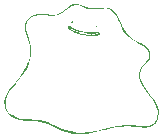
<source format=gbo>
%FSLAX34Y34*%
G04 Gerber Fmt 3.4, Leading zero omitted, Abs format*
G04 (created by PCBNEW (2014-03-19 BZR 4756)-product) date Thu 19 Jun 2014 10:11:17 PM AKDT*
%MOIN*%
G01*
G70*
G90*
G04 APERTURE LIST*
%ADD10C,0.005906*%
%ADD11C,0.003937*%
G04 APERTURE END LIST*
G54D10*
G54D11*
G36*
X54923Y-30869D02*
X54900Y-30984D01*
X54889Y-31019D01*
X54884Y-31031D01*
X54884Y-30790D01*
X54869Y-30697D01*
X54831Y-30599D01*
X54769Y-30490D01*
X54678Y-30362D01*
X54599Y-30260D01*
X54491Y-30122D01*
X54410Y-30009D01*
X54352Y-29915D01*
X54312Y-29832D01*
X54287Y-29752D01*
X54274Y-29669D01*
X54271Y-29630D01*
X54271Y-29523D01*
X54288Y-29432D01*
X54327Y-29344D01*
X54392Y-29250D01*
X54479Y-29151D01*
X54540Y-29081D01*
X54577Y-29030D01*
X54594Y-28985D01*
X54599Y-28936D01*
X54599Y-28925D01*
X54592Y-28850D01*
X54566Y-28783D01*
X54518Y-28719D01*
X54443Y-28654D01*
X54336Y-28583D01*
X54193Y-28500D01*
X54180Y-28493D01*
X54052Y-28413D01*
X53929Y-28317D01*
X53822Y-28216D01*
X53740Y-28118D01*
X53706Y-28062D01*
X53681Y-28006D01*
X53646Y-27923D01*
X53609Y-27828D01*
X53598Y-27799D01*
X53520Y-27632D01*
X53429Y-27506D01*
X53321Y-27418D01*
X53272Y-27392D01*
X53221Y-27372D01*
X53174Y-27362D01*
X53117Y-27362D01*
X53036Y-27370D01*
X52986Y-27376D01*
X52817Y-27393D01*
X52678Y-27392D01*
X52559Y-27373D01*
X52449Y-27334D01*
X52405Y-27312D01*
X52274Y-27259D01*
X52153Y-27243D01*
X52037Y-27266D01*
X51919Y-27330D01*
X51808Y-27420D01*
X51707Y-27503D01*
X51613Y-27560D01*
X51513Y-27593D01*
X51398Y-27605D01*
X51255Y-27600D01*
X51186Y-27593D01*
X51076Y-27582D01*
X50997Y-27577D01*
X50936Y-27579D01*
X50880Y-27589D01*
X50815Y-27607D01*
X50783Y-27617D01*
X50666Y-27662D01*
X50587Y-27714D01*
X50535Y-27779D01*
X50510Y-27843D01*
X50495Y-27909D01*
X50491Y-27974D01*
X50499Y-28048D01*
X50520Y-28141D01*
X50556Y-28260D01*
X50580Y-28333D01*
X50632Y-28504D01*
X50662Y-28649D01*
X50672Y-28780D01*
X50661Y-28908D01*
X50633Y-29039D01*
X50581Y-29208D01*
X50511Y-29366D01*
X50419Y-29522D01*
X50299Y-29684D01*
X50147Y-29861D01*
X50145Y-29863D01*
X49999Y-30043D01*
X49896Y-30212D01*
X49834Y-30372D01*
X49815Y-30524D01*
X49837Y-30669D01*
X49861Y-30735D01*
X49902Y-30808D01*
X49960Y-30869D01*
X50042Y-30926D01*
X50159Y-30985D01*
X50171Y-30990D01*
X50226Y-31014D01*
X50278Y-31031D01*
X50337Y-31042D01*
X50412Y-31050D01*
X50513Y-31054D01*
X50622Y-31057D01*
X50767Y-31063D01*
X50888Y-31073D01*
X50994Y-31090D01*
X51098Y-31117D01*
X51210Y-31156D01*
X51339Y-31211D01*
X51484Y-31278D01*
X51608Y-31334D01*
X51722Y-31379D01*
X51840Y-31419D01*
X51976Y-31457D01*
X52122Y-31494D01*
X52182Y-31500D01*
X52276Y-31501D01*
X52392Y-31496D01*
X52520Y-31487D01*
X52648Y-31474D01*
X52766Y-31458D01*
X52844Y-31444D01*
X52964Y-31416D01*
X53093Y-31383D01*
X53208Y-31350D01*
X53233Y-31342D01*
X53519Y-31271D01*
X53821Y-31242D01*
X54137Y-31255D01*
X54222Y-31265D01*
X54400Y-31282D01*
X54542Y-31280D01*
X54652Y-31257D01*
X54736Y-31211D01*
X54798Y-31139D01*
X54842Y-31040D01*
X54856Y-30994D01*
X54879Y-30887D01*
X54884Y-30790D01*
X54884Y-31031D01*
X54855Y-31104D01*
X54815Y-31180D01*
X54782Y-31225D01*
X54693Y-31289D01*
X54580Y-31328D01*
X54455Y-31337D01*
X54396Y-31329D01*
X54332Y-31321D01*
X54235Y-31311D01*
X54119Y-31303D01*
X53995Y-31296D01*
X53981Y-31295D01*
X53811Y-31292D01*
X53655Y-31299D01*
X53503Y-31318D01*
X53341Y-31351D01*
X53156Y-31400D01*
X53066Y-31426D01*
X52792Y-31495D01*
X52530Y-31536D01*
X52285Y-31549D01*
X52064Y-31532D01*
X51944Y-31508D01*
X51833Y-31477D01*
X51727Y-31441D01*
X51615Y-31397D01*
X51485Y-31339D01*
X51354Y-31278D01*
X51212Y-31213D01*
X51086Y-31167D01*
X50963Y-31135D01*
X50830Y-31116D01*
X50674Y-31105D01*
X50573Y-31102D01*
X50269Y-31095D01*
X50096Y-31007D01*
X49970Y-30932D01*
X49880Y-30853D01*
X49822Y-30760D01*
X49787Y-30645D01*
X49780Y-30609D01*
X49774Y-30478D01*
X49797Y-30347D01*
X49851Y-30211D01*
X49938Y-30064D01*
X50060Y-29902D01*
X50147Y-29801D01*
X50289Y-29631D01*
X50401Y-29471D01*
X50491Y-29309D01*
X50565Y-29131D01*
X50578Y-29097D01*
X50616Y-28973D01*
X50636Y-28860D01*
X50638Y-28747D01*
X50621Y-28624D01*
X50585Y-28481D01*
X50532Y-28319D01*
X50486Y-28176D01*
X50460Y-28064D01*
X50452Y-27973D01*
X50463Y-27893D01*
X50493Y-27814D01*
X50523Y-27760D01*
X50582Y-27683D01*
X50664Y-27623D01*
X50776Y-27575D01*
X50850Y-27553D01*
X50897Y-27542D01*
X50946Y-27535D01*
X51003Y-27534D01*
X51079Y-27538D01*
X51180Y-27548D01*
X51317Y-27563D01*
X51336Y-27565D01*
X51415Y-27571D01*
X51479Y-27563D01*
X51551Y-27538D01*
X51591Y-27521D01*
X51679Y-27473D01*
X51765Y-27414D01*
X51811Y-27376D01*
X51929Y-27280D01*
X52047Y-27219D01*
X52157Y-27197D01*
X52163Y-27197D01*
X52232Y-27207D01*
X52325Y-27235D01*
X52419Y-27273D01*
X52511Y-27312D01*
X52592Y-27337D01*
X52673Y-27351D01*
X52766Y-27355D01*
X52884Y-27350D01*
X52983Y-27343D01*
X53084Y-27335D01*
X53155Y-27333D01*
X53208Y-27339D01*
X53255Y-27354D01*
X53312Y-27380D01*
X53319Y-27384D01*
X53398Y-27428D01*
X53461Y-27482D01*
X53517Y-27552D01*
X53569Y-27647D01*
X53624Y-27775D01*
X53645Y-27827D01*
X53700Y-27960D01*
X53753Y-28062D01*
X53811Y-28145D01*
X53840Y-28179D01*
X53911Y-28258D01*
X53969Y-28316D01*
X54025Y-28361D01*
X54092Y-28403D01*
X54181Y-28451D01*
X54232Y-28478D01*
X54327Y-28528D01*
X54413Y-28577D01*
X54480Y-28618D01*
X54503Y-28634D01*
X54586Y-28722D01*
X54631Y-28825D01*
X54638Y-28935D01*
X54608Y-29045D01*
X54541Y-29146D01*
X54484Y-29199D01*
X54397Y-29294D01*
X54336Y-29419D01*
X54306Y-29564D01*
X54304Y-29602D01*
X54305Y-29686D01*
X54317Y-29752D01*
X54346Y-29821D01*
X54375Y-29875D01*
X54419Y-29946D01*
X54483Y-30038D01*
X54558Y-30140D01*
X54628Y-30230D01*
X54748Y-30388D01*
X54836Y-30525D01*
X54893Y-30646D01*
X54921Y-30759D01*
X54923Y-30869D01*
X54923Y-30869D01*
X54923Y-30869D01*
G37*
G36*
X52965Y-28173D02*
X52963Y-28204D01*
X52930Y-28237D01*
X52911Y-28246D01*
X52911Y-28202D01*
X52892Y-28192D01*
X52845Y-28191D01*
X52787Y-28197D01*
X52734Y-28208D01*
X52701Y-28223D01*
X52700Y-28224D01*
X52699Y-28238D01*
X52738Y-28236D01*
X52752Y-28233D01*
X52817Y-28223D01*
X52868Y-28219D01*
X52869Y-28219D01*
X52904Y-28211D01*
X52911Y-28202D01*
X52911Y-28246D01*
X52880Y-28261D01*
X52848Y-28267D01*
X52714Y-28273D01*
X52660Y-28272D01*
X52660Y-28230D01*
X52658Y-28226D01*
X52631Y-28216D01*
X52571Y-28199D01*
X52485Y-28179D01*
X52399Y-28161D01*
X52285Y-28135D01*
X52174Y-28104D01*
X52082Y-28072D01*
X52038Y-28053D01*
X51978Y-28024D01*
X51955Y-28016D01*
X51964Y-28028D01*
X51977Y-28039D01*
X52037Y-28077D01*
X52126Y-28120D01*
X52229Y-28162D01*
X52332Y-28198D01*
X52388Y-28214D01*
X52454Y-28226D01*
X52526Y-28235D01*
X52591Y-28238D01*
X52640Y-28237D01*
X52660Y-28230D01*
X52660Y-28272D01*
X52607Y-28272D01*
X52510Y-28263D01*
X52499Y-28262D01*
X52374Y-28239D01*
X52249Y-28205D01*
X52131Y-28164D01*
X52029Y-28118D01*
X51950Y-28071D01*
X51901Y-28026D01*
X51888Y-27995D01*
X51901Y-27960D01*
X51942Y-27957D01*
X52011Y-27984D01*
X52053Y-28008D01*
X52176Y-28064D01*
X52330Y-28108D01*
X52502Y-28140D01*
X52679Y-28154D01*
X52737Y-28155D01*
X52831Y-28156D01*
X52907Y-28161D01*
X52955Y-28168D01*
X52965Y-28173D01*
X52965Y-28173D01*
X52965Y-28173D01*
G37*
G36*
X52870Y-27963D02*
X52852Y-27989D01*
X52846Y-27992D01*
X52825Y-27982D01*
X52822Y-27963D01*
X52833Y-27936D01*
X52846Y-27934D01*
X52869Y-27957D01*
X52870Y-27963D01*
X52870Y-27963D01*
X52870Y-27963D01*
G37*
G36*
X52044Y-27808D02*
X52030Y-27838D01*
X52000Y-27833D01*
X51993Y-27827D01*
X51988Y-27799D01*
X52011Y-27777D01*
X52023Y-27775D01*
X52042Y-27793D01*
X52044Y-27808D01*
X52044Y-27808D01*
X52044Y-27808D01*
G37*
M02*

</source>
